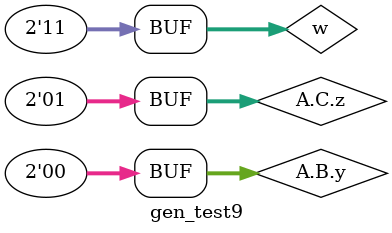
<source format=v>
/* Generated by Yosys 0.62+39 (git sha1 131911291-dirty, g++ 11.4.0-1ubuntu1~22.04.2 -Og -fPIC) */

(* src = "dut.sv:1.1-60.10" *)
(* top =  1  *)
module gen_test9();
  wire [1:0] \A.B.y ;
  wire [1:0] \A.C.z ;
  (* src = "dut.sv:10.13-10.14" *)
  wire [1:0] w;
  assign \A.B.y  = 2'h0;
  assign \A.C.z  = 2'h1;
  assign w = 2'h3;
endmodule

</source>
